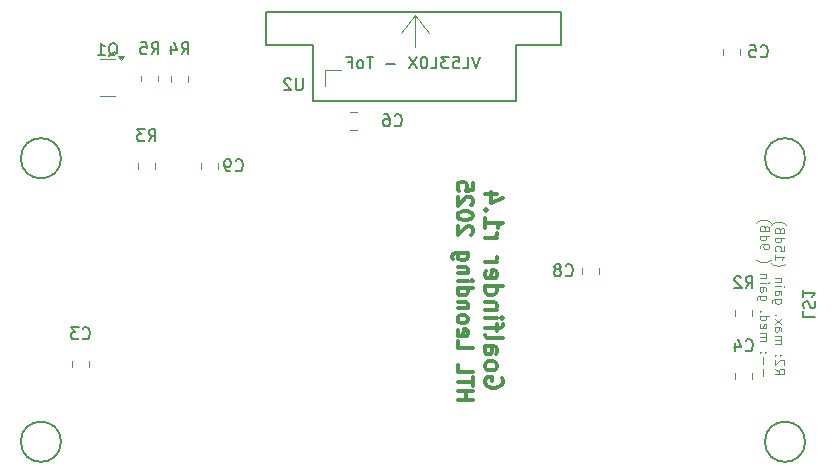
<source format=gbr>
%TF.GenerationSoftware,KiCad,Pcbnew,8.0.4*%
%TF.CreationDate,2025-06-13T09:49:43+02:00*%
%TF.ProjectId,LeoIoT_Goalfinder,4c656f49-6f54-45f4-976f-616c66696e64,01.04 SMD*%
%TF.SameCoordinates,Original*%
%TF.FileFunction,Legend,Bot*%
%TF.FilePolarity,Positive*%
%FSLAX46Y46*%
G04 Gerber Fmt 4.6, Leading zero omitted, Abs format (unit mm)*
G04 Created by KiCad (PCBNEW 8.0.4) date 2025-06-13 09:49:43*
%MOMM*%
%LPD*%
G01*
G04 APERTURE LIST*
%ADD10C,0.300000*%
%ADD11C,0.125000*%
%ADD12C,0.150000*%
%ADD13C,0.120000*%
G04 APERTURE END LIST*
D10*
X153720195Y-98456108D02*
X155020195Y-98456108D01*
X154401147Y-98456108D02*
X154401147Y-97713251D01*
X153720195Y-97713251D02*
X155020195Y-97713251D01*
X155020195Y-97279917D02*
X155020195Y-96537060D01*
X153720195Y-96908488D02*
X155020195Y-96908488D01*
X153720195Y-95484679D02*
X153720195Y-96103727D01*
X153720195Y-96103727D02*
X155020195Y-96103727D01*
X153720195Y-93441822D02*
X153720195Y-94060870D01*
X153720195Y-94060870D02*
X155020195Y-94060870D01*
X153782100Y-92513251D02*
X153720195Y-92637060D01*
X153720195Y-92637060D02*
X153720195Y-92884679D01*
X153720195Y-92884679D02*
X153782100Y-93008489D01*
X153782100Y-93008489D02*
X153905909Y-93070393D01*
X153905909Y-93070393D02*
X154401147Y-93070393D01*
X154401147Y-93070393D02*
X154524957Y-93008489D01*
X154524957Y-93008489D02*
X154586861Y-92884679D01*
X154586861Y-92884679D02*
X154586861Y-92637060D01*
X154586861Y-92637060D02*
X154524957Y-92513251D01*
X154524957Y-92513251D02*
X154401147Y-92451346D01*
X154401147Y-92451346D02*
X154277338Y-92451346D01*
X154277338Y-92451346D02*
X154153528Y-93070393D01*
X153720195Y-91708488D02*
X153782100Y-91832298D01*
X153782100Y-91832298D02*
X153844004Y-91894203D01*
X153844004Y-91894203D02*
X153967814Y-91956107D01*
X153967814Y-91956107D02*
X154339242Y-91956107D01*
X154339242Y-91956107D02*
X154463052Y-91894203D01*
X154463052Y-91894203D02*
X154524957Y-91832298D01*
X154524957Y-91832298D02*
X154586861Y-91708488D01*
X154586861Y-91708488D02*
X154586861Y-91522774D01*
X154586861Y-91522774D02*
X154524957Y-91398965D01*
X154524957Y-91398965D02*
X154463052Y-91337060D01*
X154463052Y-91337060D02*
X154339242Y-91275155D01*
X154339242Y-91275155D02*
X153967814Y-91275155D01*
X153967814Y-91275155D02*
X153844004Y-91337060D01*
X153844004Y-91337060D02*
X153782100Y-91398965D01*
X153782100Y-91398965D02*
X153720195Y-91522774D01*
X153720195Y-91522774D02*
X153720195Y-91708488D01*
X154586861Y-90718013D02*
X153720195Y-90718013D01*
X154463052Y-90718013D02*
X154524957Y-90656108D01*
X154524957Y-90656108D02*
X154586861Y-90532298D01*
X154586861Y-90532298D02*
X154586861Y-90346584D01*
X154586861Y-90346584D02*
X154524957Y-90222775D01*
X154524957Y-90222775D02*
X154401147Y-90160870D01*
X154401147Y-90160870D02*
X153720195Y-90160870D01*
X153720195Y-88984680D02*
X155020195Y-88984680D01*
X153782100Y-88984680D02*
X153720195Y-89108489D01*
X153720195Y-89108489D02*
X153720195Y-89356108D01*
X153720195Y-89356108D02*
X153782100Y-89479918D01*
X153782100Y-89479918D02*
X153844004Y-89541823D01*
X153844004Y-89541823D02*
X153967814Y-89603727D01*
X153967814Y-89603727D02*
X154339242Y-89603727D01*
X154339242Y-89603727D02*
X154463052Y-89541823D01*
X154463052Y-89541823D02*
X154524957Y-89479918D01*
X154524957Y-89479918D02*
X154586861Y-89356108D01*
X154586861Y-89356108D02*
X154586861Y-89108489D01*
X154586861Y-89108489D02*
X154524957Y-88984680D01*
X153720195Y-88365633D02*
X154586861Y-88365633D01*
X155020195Y-88365633D02*
X154958290Y-88427537D01*
X154958290Y-88427537D02*
X154896385Y-88365633D01*
X154896385Y-88365633D02*
X154958290Y-88303728D01*
X154958290Y-88303728D02*
X155020195Y-88365633D01*
X155020195Y-88365633D02*
X154896385Y-88365633D01*
X154586861Y-87746585D02*
X153720195Y-87746585D01*
X154463052Y-87746585D02*
X154524957Y-87684680D01*
X154524957Y-87684680D02*
X154586861Y-87560870D01*
X154586861Y-87560870D02*
X154586861Y-87375156D01*
X154586861Y-87375156D02*
X154524957Y-87251347D01*
X154524957Y-87251347D02*
X154401147Y-87189442D01*
X154401147Y-87189442D02*
X153720195Y-87189442D01*
X154586861Y-86013252D02*
X153534480Y-86013252D01*
X153534480Y-86013252D02*
X153410671Y-86075157D01*
X153410671Y-86075157D02*
X153348766Y-86137061D01*
X153348766Y-86137061D02*
X153286861Y-86260871D01*
X153286861Y-86260871D02*
X153286861Y-86446585D01*
X153286861Y-86446585D02*
X153348766Y-86570395D01*
X153782100Y-86013252D02*
X153720195Y-86137061D01*
X153720195Y-86137061D02*
X153720195Y-86384680D01*
X153720195Y-86384680D02*
X153782100Y-86508490D01*
X153782100Y-86508490D02*
X153844004Y-86570395D01*
X153844004Y-86570395D02*
X153967814Y-86632299D01*
X153967814Y-86632299D02*
X154339242Y-86632299D01*
X154339242Y-86632299D02*
X154463052Y-86570395D01*
X154463052Y-86570395D02*
X154524957Y-86508490D01*
X154524957Y-86508490D02*
X154586861Y-86384680D01*
X154586861Y-86384680D02*
X154586861Y-86137061D01*
X154586861Y-86137061D02*
X154524957Y-86013252D01*
X154896385Y-84465633D02*
X154958290Y-84403729D01*
X154958290Y-84403729D02*
X155020195Y-84279919D01*
X155020195Y-84279919D02*
X155020195Y-83970395D01*
X155020195Y-83970395D02*
X154958290Y-83846586D01*
X154958290Y-83846586D02*
X154896385Y-83784681D01*
X154896385Y-83784681D02*
X154772576Y-83722776D01*
X154772576Y-83722776D02*
X154648766Y-83722776D01*
X154648766Y-83722776D02*
X154463052Y-83784681D01*
X154463052Y-83784681D02*
X153720195Y-84527538D01*
X153720195Y-84527538D02*
X153720195Y-83722776D01*
X155020195Y-82918015D02*
X155020195Y-82794205D01*
X155020195Y-82794205D02*
X154958290Y-82670396D01*
X154958290Y-82670396D02*
X154896385Y-82608491D01*
X154896385Y-82608491D02*
X154772576Y-82546586D01*
X154772576Y-82546586D02*
X154524957Y-82484681D01*
X154524957Y-82484681D02*
X154215433Y-82484681D01*
X154215433Y-82484681D02*
X153967814Y-82546586D01*
X153967814Y-82546586D02*
X153844004Y-82608491D01*
X153844004Y-82608491D02*
X153782100Y-82670396D01*
X153782100Y-82670396D02*
X153720195Y-82794205D01*
X153720195Y-82794205D02*
X153720195Y-82918015D01*
X153720195Y-82918015D02*
X153782100Y-83041824D01*
X153782100Y-83041824D02*
X153844004Y-83103729D01*
X153844004Y-83103729D02*
X153967814Y-83165634D01*
X153967814Y-83165634D02*
X154215433Y-83227538D01*
X154215433Y-83227538D02*
X154524957Y-83227538D01*
X154524957Y-83227538D02*
X154772576Y-83165634D01*
X154772576Y-83165634D02*
X154896385Y-83103729D01*
X154896385Y-83103729D02*
X154958290Y-83041824D01*
X154958290Y-83041824D02*
X155020195Y-82918015D01*
X154896385Y-81989443D02*
X154958290Y-81927539D01*
X154958290Y-81927539D02*
X155020195Y-81803729D01*
X155020195Y-81803729D02*
X155020195Y-81494205D01*
X155020195Y-81494205D02*
X154958290Y-81370396D01*
X154958290Y-81370396D02*
X154896385Y-81308491D01*
X154896385Y-81308491D02*
X154772576Y-81246586D01*
X154772576Y-81246586D02*
X154648766Y-81246586D01*
X154648766Y-81246586D02*
X154463052Y-81308491D01*
X154463052Y-81308491D02*
X153720195Y-82051348D01*
X153720195Y-82051348D02*
X153720195Y-81246586D01*
X155020195Y-80070396D02*
X155020195Y-80689444D01*
X155020195Y-80689444D02*
X154401147Y-80751348D01*
X154401147Y-80751348D02*
X154463052Y-80689444D01*
X154463052Y-80689444D02*
X154524957Y-80565634D01*
X154524957Y-80565634D02*
X154524957Y-80256110D01*
X154524957Y-80256110D02*
X154463052Y-80132301D01*
X154463052Y-80132301D02*
X154401147Y-80070396D01*
X154401147Y-80070396D02*
X154277338Y-80008491D01*
X154277338Y-80008491D02*
X153967814Y-80008491D01*
X153967814Y-80008491D02*
X153844004Y-80070396D01*
X153844004Y-80070396D02*
X153782100Y-80132301D01*
X153782100Y-80132301D02*
X153720195Y-80256110D01*
X153720195Y-80256110D02*
X153720195Y-80565634D01*
X153720195Y-80565634D02*
X153782100Y-80689444D01*
X153782100Y-80689444D02*
X153844004Y-80751348D01*
D11*
X180591859Y-95799952D02*
X180972812Y-96066619D01*
X180591859Y-96257095D02*
X181391859Y-96257095D01*
X181391859Y-96257095D02*
X181391859Y-95952333D01*
X181391859Y-95952333D02*
X181353764Y-95876143D01*
X181353764Y-95876143D02*
X181315669Y-95838048D01*
X181315669Y-95838048D02*
X181239478Y-95799952D01*
X181239478Y-95799952D02*
X181125193Y-95799952D01*
X181125193Y-95799952D02*
X181049002Y-95838048D01*
X181049002Y-95838048D02*
X181010907Y-95876143D01*
X181010907Y-95876143D02*
X180972812Y-95952333D01*
X180972812Y-95952333D02*
X180972812Y-96257095D01*
X181315669Y-95495191D02*
X181353764Y-95457095D01*
X181353764Y-95457095D02*
X181391859Y-95380905D01*
X181391859Y-95380905D02*
X181391859Y-95190429D01*
X181391859Y-95190429D02*
X181353764Y-95114238D01*
X181353764Y-95114238D02*
X181315669Y-95076143D01*
X181315669Y-95076143D02*
X181239478Y-95038048D01*
X181239478Y-95038048D02*
X181163288Y-95038048D01*
X181163288Y-95038048D02*
X181049002Y-95076143D01*
X181049002Y-95076143D02*
X180591859Y-95533286D01*
X180591859Y-95533286D02*
X180591859Y-95038048D01*
X180668050Y-94695190D02*
X180629955Y-94657095D01*
X180629955Y-94657095D02*
X180591859Y-94695190D01*
X180591859Y-94695190D02*
X180629955Y-94733286D01*
X180629955Y-94733286D02*
X180668050Y-94695190D01*
X180668050Y-94695190D02*
X180591859Y-94695190D01*
X181087097Y-94695190D02*
X181049002Y-94657095D01*
X181049002Y-94657095D02*
X181010907Y-94695190D01*
X181010907Y-94695190D02*
X181049002Y-94733286D01*
X181049002Y-94733286D02*
X181087097Y-94695190D01*
X181087097Y-94695190D02*
X181010907Y-94695190D01*
X180591859Y-93704714D02*
X181125193Y-93704714D01*
X181049002Y-93704714D02*
X181087097Y-93666619D01*
X181087097Y-93666619D02*
X181125193Y-93590429D01*
X181125193Y-93590429D02*
X181125193Y-93476143D01*
X181125193Y-93476143D02*
X181087097Y-93399952D01*
X181087097Y-93399952D02*
X181010907Y-93361857D01*
X181010907Y-93361857D02*
X180591859Y-93361857D01*
X181010907Y-93361857D02*
X181087097Y-93323762D01*
X181087097Y-93323762D02*
X181125193Y-93247571D01*
X181125193Y-93247571D02*
X181125193Y-93133286D01*
X181125193Y-93133286D02*
X181087097Y-93057095D01*
X181087097Y-93057095D02*
X181010907Y-93019000D01*
X181010907Y-93019000D02*
X180591859Y-93019000D01*
X180591859Y-92295190D02*
X181010907Y-92295190D01*
X181010907Y-92295190D02*
X181087097Y-92333285D01*
X181087097Y-92333285D02*
X181125193Y-92409476D01*
X181125193Y-92409476D02*
X181125193Y-92561857D01*
X181125193Y-92561857D02*
X181087097Y-92638047D01*
X180629955Y-92295190D02*
X180591859Y-92371381D01*
X180591859Y-92371381D02*
X180591859Y-92561857D01*
X180591859Y-92561857D02*
X180629955Y-92638047D01*
X180629955Y-92638047D02*
X180706145Y-92676143D01*
X180706145Y-92676143D02*
X180782335Y-92676143D01*
X180782335Y-92676143D02*
X180858526Y-92638047D01*
X180858526Y-92638047D02*
X180896621Y-92561857D01*
X180896621Y-92561857D02*
X180896621Y-92371381D01*
X180896621Y-92371381D02*
X180934716Y-92295190D01*
X180591859Y-91990428D02*
X181125193Y-91571380D01*
X181125193Y-91990428D02*
X180591859Y-91571380D01*
X180668050Y-91266618D02*
X180629955Y-91228523D01*
X180629955Y-91228523D02*
X180591859Y-91266618D01*
X180591859Y-91266618D02*
X180629955Y-91304714D01*
X180629955Y-91304714D02*
X180668050Y-91266618D01*
X180668050Y-91266618D02*
X180591859Y-91266618D01*
X181125193Y-89933285D02*
X180477574Y-89933285D01*
X180477574Y-89933285D02*
X180401383Y-89971380D01*
X180401383Y-89971380D02*
X180363288Y-90009476D01*
X180363288Y-90009476D02*
X180325193Y-90085666D01*
X180325193Y-90085666D02*
X180325193Y-90199952D01*
X180325193Y-90199952D02*
X180363288Y-90276142D01*
X180629955Y-89933285D02*
X180591859Y-90009476D01*
X180591859Y-90009476D02*
X180591859Y-90161857D01*
X180591859Y-90161857D02*
X180629955Y-90238047D01*
X180629955Y-90238047D02*
X180668050Y-90276142D01*
X180668050Y-90276142D02*
X180744240Y-90314238D01*
X180744240Y-90314238D02*
X180972812Y-90314238D01*
X180972812Y-90314238D02*
X181049002Y-90276142D01*
X181049002Y-90276142D02*
X181087097Y-90238047D01*
X181087097Y-90238047D02*
X181125193Y-90161857D01*
X181125193Y-90161857D02*
X181125193Y-90009476D01*
X181125193Y-90009476D02*
X181087097Y-89933285D01*
X180591859Y-89209475D02*
X181010907Y-89209475D01*
X181010907Y-89209475D02*
X181087097Y-89247570D01*
X181087097Y-89247570D02*
X181125193Y-89323761D01*
X181125193Y-89323761D02*
X181125193Y-89476142D01*
X181125193Y-89476142D02*
X181087097Y-89552332D01*
X180629955Y-89209475D02*
X180591859Y-89285666D01*
X180591859Y-89285666D02*
X180591859Y-89476142D01*
X180591859Y-89476142D02*
X180629955Y-89552332D01*
X180629955Y-89552332D02*
X180706145Y-89590428D01*
X180706145Y-89590428D02*
X180782335Y-89590428D01*
X180782335Y-89590428D02*
X180858526Y-89552332D01*
X180858526Y-89552332D02*
X180896621Y-89476142D01*
X180896621Y-89476142D02*
X180896621Y-89285666D01*
X180896621Y-89285666D02*
X180934716Y-89209475D01*
X180591859Y-88828522D02*
X181125193Y-88828522D01*
X181391859Y-88828522D02*
X181353764Y-88866618D01*
X181353764Y-88866618D02*
X181315669Y-88828522D01*
X181315669Y-88828522D02*
X181353764Y-88790427D01*
X181353764Y-88790427D02*
X181391859Y-88828522D01*
X181391859Y-88828522D02*
X181315669Y-88828522D01*
X181125193Y-88447570D02*
X180591859Y-88447570D01*
X181049002Y-88447570D02*
X181087097Y-88409475D01*
X181087097Y-88409475D02*
X181125193Y-88333285D01*
X181125193Y-88333285D02*
X181125193Y-88218999D01*
X181125193Y-88218999D02*
X181087097Y-88142808D01*
X181087097Y-88142808D02*
X181010907Y-88104713D01*
X181010907Y-88104713D02*
X180591859Y-88104713D01*
X180287097Y-86885665D02*
X180325193Y-86923760D01*
X180325193Y-86923760D02*
X180439478Y-86999951D01*
X180439478Y-86999951D02*
X180515669Y-87038046D01*
X180515669Y-87038046D02*
X180629955Y-87076141D01*
X180629955Y-87076141D02*
X180820431Y-87114236D01*
X180820431Y-87114236D02*
X180972812Y-87114236D01*
X180972812Y-87114236D02*
X181163288Y-87076141D01*
X181163288Y-87076141D02*
X181277574Y-87038046D01*
X181277574Y-87038046D02*
X181353764Y-86999951D01*
X181353764Y-86999951D02*
X181468050Y-86923760D01*
X181468050Y-86923760D02*
X181506145Y-86885665D01*
X180591859Y-86161856D02*
X180591859Y-86618999D01*
X180591859Y-86390427D02*
X181391859Y-86390427D01*
X181391859Y-86390427D02*
X181277574Y-86466618D01*
X181277574Y-86466618D02*
X181201383Y-86542808D01*
X181201383Y-86542808D02*
X181163288Y-86618999D01*
X181391859Y-85438046D02*
X181391859Y-85818998D01*
X181391859Y-85818998D02*
X181010907Y-85857094D01*
X181010907Y-85857094D02*
X181049002Y-85818998D01*
X181049002Y-85818998D02*
X181087097Y-85742808D01*
X181087097Y-85742808D02*
X181087097Y-85552332D01*
X181087097Y-85552332D02*
X181049002Y-85476141D01*
X181049002Y-85476141D02*
X181010907Y-85438046D01*
X181010907Y-85438046D02*
X180934716Y-85399951D01*
X180934716Y-85399951D02*
X180744240Y-85399951D01*
X180744240Y-85399951D02*
X180668050Y-85438046D01*
X180668050Y-85438046D02*
X180629955Y-85476141D01*
X180629955Y-85476141D02*
X180591859Y-85552332D01*
X180591859Y-85552332D02*
X180591859Y-85742808D01*
X180591859Y-85742808D02*
X180629955Y-85818998D01*
X180629955Y-85818998D02*
X180668050Y-85857094D01*
X180591859Y-84714236D02*
X181391859Y-84714236D01*
X180629955Y-84714236D02*
X180591859Y-84790427D01*
X180591859Y-84790427D02*
X180591859Y-84942808D01*
X180591859Y-84942808D02*
X180629955Y-85018998D01*
X180629955Y-85018998D02*
X180668050Y-85057093D01*
X180668050Y-85057093D02*
X180744240Y-85095189D01*
X180744240Y-85095189D02*
X180972812Y-85095189D01*
X180972812Y-85095189D02*
X181049002Y-85057093D01*
X181049002Y-85057093D02*
X181087097Y-85018998D01*
X181087097Y-85018998D02*
X181125193Y-84942808D01*
X181125193Y-84942808D02*
X181125193Y-84790427D01*
X181125193Y-84790427D02*
X181087097Y-84714236D01*
X181010907Y-84066617D02*
X180972812Y-83952331D01*
X180972812Y-83952331D02*
X180934716Y-83914236D01*
X180934716Y-83914236D02*
X180858526Y-83876140D01*
X180858526Y-83876140D02*
X180744240Y-83876140D01*
X180744240Y-83876140D02*
X180668050Y-83914236D01*
X180668050Y-83914236D02*
X180629955Y-83952331D01*
X180629955Y-83952331D02*
X180591859Y-84028521D01*
X180591859Y-84028521D02*
X180591859Y-84333283D01*
X180591859Y-84333283D02*
X181391859Y-84333283D01*
X181391859Y-84333283D02*
X181391859Y-84066617D01*
X181391859Y-84066617D02*
X181353764Y-83990426D01*
X181353764Y-83990426D02*
X181315669Y-83952331D01*
X181315669Y-83952331D02*
X181239478Y-83914236D01*
X181239478Y-83914236D02*
X181163288Y-83914236D01*
X181163288Y-83914236D02*
X181087097Y-83952331D01*
X181087097Y-83952331D02*
X181049002Y-83990426D01*
X181049002Y-83990426D02*
X181010907Y-84066617D01*
X181010907Y-84066617D02*
X181010907Y-84333283D01*
X180287097Y-83609474D02*
X180325193Y-83571379D01*
X180325193Y-83571379D02*
X180439478Y-83495188D01*
X180439478Y-83495188D02*
X180515669Y-83457093D01*
X180515669Y-83457093D02*
X180629955Y-83418998D01*
X180629955Y-83418998D02*
X180820431Y-83380902D01*
X180820431Y-83380902D02*
X180972812Y-83380902D01*
X180972812Y-83380902D02*
X181163288Y-83418998D01*
X181163288Y-83418998D02*
X181277574Y-83457093D01*
X181277574Y-83457093D02*
X181353764Y-83495188D01*
X181353764Y-83495188D02*
X181468050Y-83571379D01*
X181468050Y-83571379D02*
X181506145Y-83609474D01*
X179608666Y-96409476D02*
X179608666Y-95799953D01*
X179608666Y-95419000D02*
X179608666Y-94809477D01*
X179380095Y-94428524D02*
X179342000Y-94390429D01*
X179342000Y-94390429D02*
X179303904Y-94428524D01*
X179303904Y-94428524D02*
X179342000Y-94466620D01*
X179342000Y-94466620D02*
X179380095Y-94428524D01*
X179380095Y-94428524D02*
X179303904Y-94428524D01*
X179799142Y-94428524D02*
X179761047Y-94390429D01*
X179761047Y-94390429D02*
X179722952Y-94428524D01*
X179722952Y-94428524D02*
X179761047Y-94466620D01*
X179761047Y-94466620D02*
X179799142Y-94428524D01*
X179799142Y-94428524D02*
X179722952Y-94428524D01*
X179303904Y-93438048D02*
X179837238Y-93438048D01*
X179761047Y-93438048D02*
X179799142Y-93399953D01*
X179799142Y-93399953D02*
X179837238Y-93323763D01*
X179837238Y-93323763D02*
X179837238Y-93209477D01*
X179837238Y-93209477D02*
X179799142Y-93133286D01*
X179799142Y-93133286D02*
X179722952Y-93095191D01*
X179722952Y-93095191D02*
X179303904Y-93095191D01*
X179722952Y-93095191D02*
X179799142Y-93057096D01*
X179799142Y-93057096D02*
X179837238Y-92980905D01*
X179837238Y-92980905D02*
X179837238Y-92866620D01*
X179837238Y-92866620D02*
X179799142Y-92790429D01*
X179799142Y-92790429D02*
X179722952Y-92752334D01*
X179722952Y-92752334D02*
X179303904Y-92752334D01*
X179342000Y-92066619D02*
X179303904Y-92142810D01*
X179303904Y-92142810D02*
X179303904Y-92295191D01*
X179303904Y-92295191D02*
X179342000Y-92371381D01*
X179342000Y-92371381D02*
X179418190Y-92409477D01*
X179418190Y-92409477D02*
X179722952Y-92409477D01*
X179722952Y-92409477D02*
X179799142Y-92371381D01*
X179799142Y-92371381D02*
X179837238Y-92295191D01*
X179837238Y-92295191D02*
X179837238Y-92142810D01*
X179837238Y-92142810D02*
X179799142Y-92066619D01*
X179799142Y-92066619D02*
X179722952Y-92028524D01*
X179722952Y-92028524D02*
X179646761Y-92028524D01*
X179646761Y-92028524D02*
X179570571Y-92409477D01*
X179303904Y-91342810D02*
X180103904Y-91342810D01*
X179342000Y-91342810D02*
X179303904Y-91419001D01*
X179303904Y-91419001D02*
X179303904Y-91571382D01*
X179303904Y-91571382D02*
X179342000Y-91647572D01*
X179342000Y-91647572D02*
X179380095Y-91685667D01*
X179380095Y-91685667D02*
X179456285Y-91723763D01*
X179456285Y-91723763D02*
X179684857Y-91723763D01*
X179684857Y-91723763D02*
X179761047Y-91685667D01*
X179761047Y-91685667D02*
X179799142Y-91647572D01*
X179799142Y-91647572D02*
X179837238Y-91571382D01*
X179837238Y-91571382D02*
X179837238Y-91419001D01*
X179837238Y-91419001D02*
X179799142Y-91342810D01*
X179380095Y-90961857D02*
X179342000Y-90923762D01*
X179342000Y-90923762D02*
X179303904Y-90961857D01*
X179303904Y-90961857D02*
X179342000Y-90999953D01*
X179342000Y-90999953D02*
X179380095Y-90961857D01*
X179380095Y-90961857D02*
X179303904Y-90961857D01*
X179837238Y-89628524D02*
X179189619Y-89628524D01*
X179189619Y-89628524D02*
X179113428Y-89666619D01*
X179113428Y-89666619D02*
X179075333Y-89704715D01*
X179075333Y-89704715D02*
X179037238Y-89780905D01*
X179037238Y-89780905D02*
X179037238Y-89895191D01*
X179037238Y-89895191D02*
X179075333Y-89971381D01*
X179342000Y-89628524D02*
X179303904Y-89704715D01*
X179303904Y-89704715D02*
X179303904Y-89857096D01*
X179303904Y-89857096D02*
X179342000Y-89933286D01*
X179342000Y-89933286D02*
X179380095Y-89971381D01*
X179380095Y-89971381D02*
X179456285Y-90009477D01*
X179456285Y-90009477D02*
X179684857Y-90009477D01*
X179684857Y-90009477D02*
X179761047Y-89971381D01*
X179761047Y-89971381D02*
X179799142Y-89933286D01*
X179799142Y-89933286D02*
X179837238Y-89857096D01*
X179837238Y-89857096D02*
X179837238Y-89704715D01*
X179837238Y-89704715D02*
X179799142Y-89628524D01*
X179303904Y-88904714D02*
X179722952Y-88904714D01*
X179722952Y-88904714D02*
X179799142Y-88942809D01*
X179799142Y-88942809D02*
X179837238Y-89019000D01*
X179837238Y-89019000D02*
X179837238Y-89171381D01*
X179837238Y-89171381D02*
X179799142Y-89247571D01*
X179342000Y-88904714D02*
X179303904Y-88980905D01*
X179303904Y-88980905D02*
X179303904Y-89171381D01*
X179303904Y-89171381D02*
X179342000Y-89247571D01*
X179342000Y-89247571D02*
X179418190Y-89285667D01*
X179418190Y-89285667D02*
X179494380Y-89285667D01*
X179494380Y-89285667D02*
X179570571Y-89247571D01*
X179570571Y-89247571D02*
X179608666Y-89171381D01*
X179608666Y-89171381D02*
X179608666Y-88980905D01*
X179608666Y-88980905D02*
X179646761Y-88904714D01*
X179303904Y-88523761D02*
X179837238Y-88523761D01*
X180103904Y-88523761D02*
X180065809Y-88561857D01*
X180065809Y-88561857D02*
X180027714Y-88523761D01*
X180027714Y-88523761D02*
X180065809Y-88485666D01*
X180065809Y-88485666D02*
X180103904Y-88523761D01*
X180103904Y-88523761D02*
X180027714Y-88523761D01*
X179837238Y-88142809D02*
X179303904Y-88142809D01*
X179761047Y-88142809D02*
X179799142Y-88104714D01*
X179799142Y-88104714D02*
X179837238Y-88028524D01*
X179837238Y-88028524D02*
X179837238Y-87914238D01*
X179837238Y-87914238D02*
X179799142Y-87838047D01*
X179799142Y-87838047D02*
X179722952Y-87799952D01*
X179722952Y-87799952D02*
X179303904Y-87799952D01*
X178999142Y-86580904D02*
X179037238Y-86618999D01*
X179037238Y-86618999D02*
X179151523Y-86695190D01*
X179151523Y-86695190D02*
X179227714Y-86733285D01*
X179227714Y-86733285D02*
X179342000Y-86771380D01*
X179342000Y-86771380D02*
X179532476Y-86809475D01*
X179532476Y-86809475D02*
X179684857Y-86809475D01*
X179684857Y-86809475D02*
X179875333Y-86771380D01*
X179875333Y-86771380D02*
X179989619Y-86733285D01*
X179989619Y-86733285D02*
X180065809Y-86695190D01*
X180065809Y-86695190D02*
X180180095Y-86618999D01*
X180180095Y-86618999D02*
X180218190Y-86580904D01*
X179303904Y-85628523D02*
X179303904Y-85476142D01*
X179303904Y-85476142D02*
X179342000Y-85399952D01*
X179342000Y-85399952D02*
X179380095Y-85361856D01*
X179380095Y-85361856D02*
X179494380Y-85285666D01*
X179494380Y-85285666D02*
X179646761Y-85247571D01*
X179646761Y-85247571D02*
X179951523Y-85247571D01*
X179951523Y-85247571D02*
X180027714Y-85285666D01*
X180027714Y-85285666D02*
X180065809Y-85323761D01*
X180065809Y-85323761D02*
X180103904Y-85399952D01*
X180103904Y-85399952D02*
X180103904Y-85552333D01*
X180103904Y-85552333D02*
X180065809Y-85628523D01*
X180065809Y-85628523D02*
X180027714Y-85666618D01*
X180027714Y-85666618D02*
X179951523Y-85704714D01*
X179951523Y-85704714D02*
X179761047Y-85704714D01*
X179761047Y-85704714D02*
X179684857Y-85666618D01*
X179684857Y-85666618D02*
X179646761Y-85628523D01*
X179646761Y-85628523D02*
X179608666Y-85552333D01*
X179608666Y-85552333D02*
X179608666Y-85399952D01*
X179608666Y-85399952D02*
X179646761Y-85323761D01*
X179646761Y-85323761D02*
X179684857Y-85285666D01*
X179684857Y-85285666D02*
X179761047Y-85247571D01*
X179303904Y-84561856D02*
X180103904Y-84561856D01*
X179342000Y-84561856D02*
X179303904Y-84638047D01*
X179303904Y-84638047D02*
X179303904Y-84790428D01*
X179303904Y-84790428D02*
X179342000Y-84866618D01*
X179342000Y-84866618D02*
X179380095Y-84904713D01*
X179380095Y-84904713D02*
X179456285Y-84942809D01*
X179456285Y-84942809D02*
X179684857Y-84942809D01*
X179684857Y-84942809D02*
X179761047Y-84904713D01*
X179761047Y-84904713D02*
X179799142Y-84866618D01*
X179799142Y-84866618D02*
X179837238Y-84790428D01*
X179837238Y-84790428D02*
X179837238Y-84638047D01*
X179837238Y-84638047D02*
X179799142Y-84561856D01*
X179722952Y-83914237D02*
X179684857Y-83799951D01*
X179684857Y-83799951D02*
X179646761Y-83761856D01*
X179646761Y-83761856D02*
X179570571Y-83723760D01*
X179570571Y-83723760D02*
X179456285Y-83723760D01*
X179456285Y-83723760D02*
X179380095Y-83761856D01*
X179380095Y-83761856D02*
X179342000Y-83799951D01*
X179342000Y-83799951D02*
X179303904Y-83876141D01*
X179303904Y-83876141D02*
X179303904Y-84180903D01*
X179303904Y-84180903D02*
X180103904Y-84180903D01*
X180103904Y-84180903D02*
X180103904Y-83914237D01*
X180103904Y-83914237D02*
X180065809Y-83838046D01*
X180065809Y-83838046D02*
X180027714Y-83799951D01*
X180027714Y-83799951D02*
X179951523Y-83761856D01*
X179951523Y-83761856D02*
X179875333Y-83761856D01*
X179875333Y-83761856D02*
X179799142Y-83799951D01*
X179799142Y-83799951D02*
X179761047Y-83838046D01*
X179761047Y-83838046D02*
X179722952Y-83914237D01*
X179722952Y-83914237D02*
X179722952Y-84180903D01*
X178999142Y-83457094D02*
X179037238Y-83418999D01*
X179037238Y-83418999D02*
X179151523Y-83342808D01*
X179151523Y-83342808D02*
X179227714Y-83304713D01*
X179227714Y-83304713D02*
X179342000Y-83266618D01*
X179342000Y-83266618D02*
X179532476Y-83228522D01*
X179532476Y-83228522D02*
X179684857Y-83228522D01*
X179684857Y-83228522D02*
X179875333Y-83266618D01*
X179875333Y-83266618D02*
X179989619Y-83304713D01*
X179989619Y-83304713D02*
X180065809Y-83342808D01*
X180065809Y-83342808D02*
X180180095Y-83418999D01*
X180180095Y-83418999D02*
X180218190Y-83457094D01*
D10*
X157459242Y-96606774D02*
X157530671Y-96749632D01*
X157530671Y-96749632D02*
X157530671Y-96963917D01*
X157530671Y-96963917D02*
X157459242Y-97178203D01*
X157459242Y-97178203D02*
X157316385Y-97321060D01*
X157316385Y-97321060D02*
X157173528Y-97392489D01*
X157173528Y-97392489D02*
X156887814Y-97463917D01*
X156887814Y-97463917D02*
X156673528Y-97463917D01*
X156673528Y-97463917D02*
X156387814Y-97392489D01*
X156387814Y-97392489D02*
X156244957Y-97321060D01*
X156244957Y-97321060D02*
X156102100Y-97178203D01*
X156102100Y-97178203D02*
X156030671Y-96963917D01*
X156030671Y-96963917D02*
X156030671Y-96821060D01*
X156030671Y-96821060D02*
X156102100Y-96606774D01*
X156102100Y-96606774D02*
X156173528Y-96535346D01*
X156173528Y-96535346D02*
X156673528Y-96535346D01*
X156673528Y-96535346D02*
X156673528Y-96821060D01*
X156030671Y-95678203D02*
X156102100Y-95821060D01*
X156102100Y-95821060D02*
X156173528Y-95892489D01*
X156173528Y-95892489D02*
X156316385Y-95963917D01*
X156316385Y-95963917D02*
X156744957Y-95963917D01*
X156744957Y-95963917D02*
X156887814Y-95892489D01*
X156887814Y-95892489D02*
X156959242Y-95821060D01*
X156959242Y-95821060D02*
X157030671Y-95678203D01*
X157030671Y-95678203D02*
X157030671Y-95463917D01*
X157030671Y-95463917D02*
X156959242Y-95321060D01*
X156959242Y-95321060D02*
X156887814Y-95249632D01*
X156887814Y-95249632D02*
X156744957Y-95178203D01*
X156744957Y-95178203D02*
X156316385Y-95178203D01*
X156316385Y-95178203D02*
X156173528Y-95249632D01*
X156173528Y-95249632D02*
X156102100Y-95321060D01*
X156102100Y-95321060D02*
X156030671Y-95463917D01*
X156030671Y-95463917D02*
X156030671Y-95678203D01*
X156030671Y-93892489D02*
X156816385Y-93892489D01*
X156816385Y-93892489D02*
X156959242Y-93963917D01*
X156959242Y-93963917D02*
X157030671Y-94106774D01*
X157030671Y-94106774D02*
X157030671Y-94392489D01*
X157030671Y-94392489D02*
X156959242Y-94535346D01*
X156102100Y-93892489D02*
X156030671Y-94035346D01*
X156030671Y-94035346D02*
X156030671Y-94392489D01*
X156030671Y-94392489D02*
X156102100Y-94535346D01*
X156102100Y-94535346D02*
X156244957Y-94606774D01*
X156244957Y-94606774D02*
X156387814Y-94606774D01*
X156387814Y-94606774D02*
X156530671Y-94535346D01*
X156530671Y-94535346D02*
X156602100Y-94392489D01*
X156602100Y-94392489D02*
X156602100Y-94035346D01*
X156602100Y-94035346D02*
X156673528Y-93892489D01*
X156030671Y-92963917D02*
X156102100Y-93106774D01*
X156102100Y-93106774D02*
X156244957Y-93178203D01*
X156244957Y-93178203D02*
X157530671Y-93178203D01*
X157030671Y-92606774D02*
X157030671Y-92035346D01*
X156030671Y-92392489D02*
X157316385Y-92392489D01*
X157316385Y-92392489D02*
X157459242Y-92321060D01*
X157459242Y-92321060D02*
X157530671Y-92178203D01*
X157530671Y-92178203D02*
X157530671Y-92035346D01*
X156030671Y-91535346D02*
X157030671Y-91535346D01*
X157530671Y-91535346D02*
X157459242Y-91606774D01*
X157459242Y-91606774D02*
X157387814Y-91535346D01*
X157387814Y-91535346D02*
X157459242Y-91463917D01*
X157459242Y-91463917D02*
X157530671Y-91535346D01*
X157530671Y-91535346D02*
X157387814Y-91535346D01*
X157030671Y-90821060D02*
X156030671Y-90821060D01*
X156887814Y-90821060D02*
X156959242Y-90749631D01*
X156959242Y-90749631D02*
X157030671Y-90606774D01*
X157030671Y-90606774D02*
X157030671Y-90392488D01*
X157030671Y-90392488D02*
X156959242Y-90249631D01*
X156959242Y-90249631D02*
X156816385Y-90178203D01*
X156816385Y-90178203D02*
X156030671Y-90178203D01*
X156030671Y-88821060D02*
X157530671Y-88821060D01*
X156102100Y-88821060D02*
X156030671Y-88963917D01*
X156030671Y-88963917D02*
X156030671Y-89249631D01*
X156030671Y-89249631D02*
X156102100Y-89392488D01*
X156102100Y-89392488D02*
X156173528Y-89463917D01*
X156173528Y-89463917D02*
X156316385Y-89535345D01*
X156316385Y-89535345D02*
X156744957Y-89535345D01*
X156744957Y-89535345D02*
X156887814Y-89463917D01*
X156887814Y-89463917D02*
X156959242Y-89392488D01*
X156959242Y-89392488D02*
X157030671Y-89249631D01*
X157030671Y-89249631D02*
X157030671Y-88963917D01*
X157030671Y-88963917D02*
X156959242Y-88821060D01*
X156102100Y-87535345D02*
X156030671Y-87678202D01*
X156030671Y-87678202D02*
X156030671Y-87963917D01*
X156030671Y-87963917D02*
X156102100Y-88106774D01*
X156102100Y-88106774D02*
X156244957Y-88178202D01*
X156244957Y-88178202D02*
X156816385Y-88178202D01*
X156816385Y-88178202D02*
X156959242Y-88106774D01*
X156959242Y-88106774D02*
X157030671Y-87963917D01*
X157030671Y-87963917D02*
X157030671Y-87678202D01*
X157030671Y-87678202D02*
X156959242Y-87535345D01*
X156959242Y-87535345D02*
X156816385Y-87463917D01*
X156816385Y-87463917D02*
X156673528Y-87463917D01*
X156673528Y-87463917D02*
X156530671Y-88178202D01*
X156030671Y-86821060D02*
X157030671Y-86821060D01*
X156744957Y-86821060D02*
X156887814Y-86749631D01*
X156887814Y-86749631D02*
X156959242Y-86678203D01*
X156959242Y-86678203D02*
X157030671Y-86535345D01*
X157030671Y-86535345D02*
X157030671Y-86392488D01*
X156030671Y-84749632D02*
X157030671Y-84749632D01*
X156744957Y-84749632D02*
X156887814Y-84678203D01*
X156887814Y-84678203D02*
X156959242Y-84606775D01*
X156959242Y-84606775D02*
X157030671Y-84463917D01*
X157030671Y-84463917D02*
X157030671Y-84321060D01*
X156030671Y-83035346D02*
X156030671Y-83892489D01*
X156030671Y-83463918D02*
X157530671Y-83463918D01*
X157530671Y-83463918D02*
X157316385Y-83606775D01*
X157316385Y-83606775D02*
X157173528Y-83749632D01*
X157173528Y-83749632D02*
X157102100Y-83892489D01*
X156173528Y-82392490D02*
X156102100Y-82321061D01*
X156102100Y-82321061D02*
X156030671Y-82392490D01*
X156030671Y-82392490D02*
X156102100Y-82463918D01*
X156102100Y-82463918D02*
X156173528Y-82392490D01*
X156173528Y-82392490D02*
X156030671Y-82392490D01*
X157030671Y-81035347D02*
X156030671Y-81035347D01*
X157602100Y-81392489D02*
X156530671Y-81749632D01*
X156530671Y-81749632D02*
X156530671Y-80821061D01*
D12*
X140591404Y-71239819D02*
X140591404Y-72049342D01*
X140591404Y-72049342D02*
X140543785Y-72144580D01*
X140543785Y-72144580D02*
X140496166Y-72192200D01*
X140496166Y-72192200D02*
X140400928Y-72239819D01*
X140400928Y-72239819D02*
X140210452Y-72239819D01*
X140210452Y-72239819D02*
X140115214Y-72192200D01*
X140115214Y-72192200D02*
X140067595Y-72144580D01*
X140067595Y-72144580D02*
X140019976Y-72049342D01*
X140019976Y-72049342D02*
X140019976Y-71239819D01*
X139591404Y-71335057D02*
X139543785Y-71287438D01*
X139543785Y-71287438D02*
X139448547Y-71239819D01*
X139448547Y-71239819D02*
X139210452Y-71239819D01*
X139210452Y-71239819D02*
X139115214Y-71287438D01*
X139115214Y-71287438D02*
X139067595Y-71335057D01*
X139067595Y-71335057D02*
X139019976Y-71430295D01*
X139019976Y-71430295D02*
X139019976Y-71525533D01*
X139019976Y-71525533D02*
X139067595Y-71668390D01*
X139067595Y-71668390D02*
X139639023Y-72239819D01*
X139639023Y-72239819D02*
X139019976Y-72239819D01*
X155637577Y-69384819D02*
X155304244Y-70384819D01*
X155304244Y-70384819D02*
X154970911Y-69384819D01*
X154161387Y-70384819D02*
X154637577Y-70384819D01*
X154637577Y-70384819D02*
X154637577Y-69384819D01*
X153351863Y-69384819D02*
X153828053Y-69384819D01*
X153828053Y-69384819D02*
X153875672Y-69861009D01*
X153875672Y-69861009D02*
X153828053Y-69813390D01*
X153828053Y-69813390D02*
X153732815Y-69765771D01*
X153732815Y-69765771D02*
X153494720Y-69765771D01*
X153494720Y-69765771D02*
X153399482Y-69813390D01*
X153399482Y-69813390D02*
X153351863Y-69861009D01*
X153351863Y-69861009D02*
X153304244Y-69956247D01*
X153304244Y-69956247D02*
X153304244Y-70194342D01*
X153304244Y-70194342D02*
X153351863Y-70289580D01*
X153351863Y-70289580D02*
X153399482Y-70337200D01*
X153399482Y-70337200D02*
X153494720Y-70384819D01*
X153494720Y-70384819D02*
X153732815Y-70384819D01*
X153732815Y-70384819D02*
X153828053Y-70337200D01*
X153828053Y-70337200D02*
X153875672Y-70289580D01*
X152970910Y-69384819D02*
X152351863Y-69384819D01*
X152351863Y-69384819D02*
X152685196Y-69765771D01*
X152685196Y-69765771D02*
X152542339Y-69765771D01*
X152542339Y-69765771D02*
X152447101Y-69813390D01*
X152447101Y-69813390D02*
X152399482Y-69861009D01*
X152399482Y-69861009D02*
X152351863Y-69956247D01*
X152351863Y-69956247D02*
X152351863Y-70194342D01*
X152351863Y-70194342D02*
X152399482Y-70289580D01*
X152399482Y-70289580D02*
X152447101Y-70337200D01*
X152447101Y-70337200D02*
X152542339Y-70384819D01*
X152542339Y-70384819D02*
X152828053Y-70384819D01*
X152828053Y-70384819D02*
X152923291Y-70337200D01*
X152923291Y-70337200D02*
X152970910Y-70289580D01*
X151447101Y-70384819D02*
X151923291Y-70384819D01*
X151923291Y-70384819D02*
X151923291Y-69384819D01*
X150923291Y-69384819D02*
X150828053Y-69384819D01*
X150828053Y-69384819D02*
X150732815Y-69432438D01*
X150732815Y-69432438D02*
X150685196Y-69480057D01*
X150685196Y-69480057D02*
X150637577Y-69575295D01*
X150637577Y-69575295D02*
X150589958Y-69765771D01*
X150589958Y-69765771D02*
X150589958Y-70003866D01*
X150589958Y-70003866D02*
X150637577Y-70194342D01*
X150637577Y-70194342D02*
X150685196Y-70289580D01*
X150685196Y-70289580D02*
X150732815Y-70337200D01*
X150732815Y-70337200D02*
X150828053Y-70384819D01*
X150828053Y-70384819D02*
X150923291Y-70384819D01*
X150923291Y-70384819D02*
X151018529Y-70337200D01*
X151018529Y-70337200D02*
X151066148Y-70289580D01*
X151066148Y-70289580D02*
X151113767Y-70194342D01*
X151113767Y-70194342D02*
X151161386Y-70003866D01*
X151161386Y-70003866D02*
X151161386Y-69765771D01*
X151161386Y-69765771D02*
X151113767Y-69575295D01*
X151113767Y-69575295D02*
X151066148Y-69480057D01*
X151066148Y-69480057D02*
X151018529Y-69432438D01*
X151018529Y-69432438D02*
X150923291Y-69384819D01*
X150256624Y-69384819D02*
X149589958Y-70384819D01*
X149589958Y-69384819D02*
X150256624Y-70384819D01*
X148447100Y-70003866D02*
X147685196Y-70003866D01*
X146589957Y-69384819D02*
X146018529Y-69384819D01*
X146304243Y-70384819D02*
X146304243Y-69384819D01*
X145542338Y-70384819D02*
X145637576Y-70337200D01*
X145637576Y-70337200D02*
X145685195Y-70289580D01*
X145685195Y-70289580D02*
X145732814Y-70194342D01*
X145732814Y-70194342D02*
X145732814Y-69908628D01*
X145732814Y-69908628D02*
X145685195Y-69813390D01*
X145685195Y-69813390D02*
X145637576Y-69765771D01*
X145637576Y-69765771D02*
X145542338Y-69718152D01*
X145542338Y-69718152D02*
X145399481Y-69718152D01*
X145399481Y-69718152D02*
X145304243Y-69765771D01*
X145304243Y-69765771D02*
X145256624Y-69813390D01*
X145256624Y-69813390D02*
X145209005Y-69908628D01*
X145209005Y-69908628D02*
X145209005Y-70194342D01*
X145209005Y-70194342D02*
X145256624Y-70289580D01*
X145256624Y-70289580D02*
X145304243Y-70337200D01*
X145304243Y-70337200D02*
X145399481Y-70384819D01*
X145399481Y-70384819D02*
X145542338Y-70384819D01*
X144447100Y-69861009D02*
X144780433Y-69861009D01*
X144780433Y-70384819D02*
X144780433Y-69384819D01*
X144780433Y-69384819D02*
X144304243Y-69384819D01*
X183000180Y-90969857D02*
X183000180Y-91446047D01*
X183000180Y-91446047D02*
X184000180Y-91446047D01*
X183047800Y-90684142D02*
X183000180Y-90541285D01*
X183000180Y-90541285D02*
X183000180Y-90303190D01*
X183000180Y-90303190D02*
X183047800Y-90207952D01*
X183047800Y-90207952D02*
X183095419Y-90160333D01*
X183095419Y-90160333D02*
X183190657Y-90112714D01*
X183190657Y-90112714D02*
X183285895Y-90112714D01*
X183285895Y-90112714D02*
X183381133Y-90160333D01*
X183381133Y-90160333D02*
X183428752Y-90207952D01*
X183428752Y-90207952D02*
X183476371Y-90303190D01*
X183476371Y-90303190D02*
X183523990Y-90493666D01*
X183523990Y-90493666D02*
X183571609Y-90588904D01*
X183571609Y-90588904D02*
X183619228Y-90636523D01*
X183619228Y-90636523D02*
X183714466Y-90684142D01*
X183714466Y-90684142D02*
X183809704Y-90684142D01*
X183809704Y-90684142D02*
X183904942Y-90636523D01*
X183904942Y-90636523D02*
X183952561Y-90588904D01*
X183952561Y-90588904D02*
X184000180Y-90493666D01*
X184000180Y-90493666D02*
X184000180Y-90255571D01*
X184000180Y-90255571D02*
X183952561Y-90112714D01*
X183000180Y-89160333D02*
X183000180Y-89731761D01*
X183000180Y-89446047D02*
X184000180Y-89446047D01*
X184000180Y-89446047D02*
X183857323Y-89541285D01*
X183857323Y-89541285D02*
X183762085Y-89636523D01*
X183762085Y-89636523D02*
X183714466Y-89731761D01*
X134916166Y-79002580D02*
X134963785Y-79050200D01*
X134963785Y-79050200D02*
X135106642Y-79097819D01*
X135106642Y-79097819D02*
X135201880Y-79097819D01*
X135201880Y-79097819D02*
X135344737Y-79050200D01*
X135344737Y-79050200D02*
X135439975Y-78954961D01*
X135439975Y-78954961D02*
X135487594Y-78859723D01*
X135487594Y-78859723D02*
X135535213Y-78669247D01*
X135535213Y-78669247D02*
X135535213Y-78526390D01*
X135535213Y-78526390D02*
X135487594Y-78335914D01*
X135487594Y-78335914D02*
X135439975Y-78240676D01*
X135439975Y-78240676D02*
X135344737Y-78145438D01*
X135344737Y-78145438D02*
X135201880Y-78097819D01*
X135201880Y-78097819D02*
X135106642Y-78097819D01*
X135106642Y-78097819D02*
X134963785Y-78145438D01*
X134963785Y-78145438D02*
X134916166Y-78193057D01*
X134439975Y-79097819D02*
X134249499Y-79097819D01*
X134249499Y-79097819D02*
X134154261Y-79050200D01*
X134154261Y-79050200D02*
X134106642Y-79002580D01*
X134106642Y-79002580D02*
X134011404Y-78859723D01*
X134011404Y-78859723D02*
X133963785Y-78669247D01*
X133963785Y-78669247D02*
X133963785Y-78288295D01*
X133963785Y-78288295D02*
X134011404Y-78193057D01*
X134011404Y-78193057D02*
X134059023Y-78145438D01*
X134059023Y-78145438D02*
X134154261Y-78097819D01*
X134154261Y-78097819D02*
X134344737Y-78097819D01*
X134344737Y-78097819D02*
X134439975Y-78145438D01*
X134439975Y-78145438D02*
X134487594Y-78193057D01*
X134487594Y-78193057D02*
X134535213Y-78288295D01*
X134535213Y-78288295D02*
X134535213Y-78526390D01*
X134535213Y-78526390D02*
X134487594Y-78621628D01*
X134487594Y-78621628D02*
X134439975Y-78669247D01*
X134439975Y-78669247D02*
X134344737Y-78716866D01*
X134344737Y-78716866D02*
X134154261Y-78716866D01*
X134154261Y-78716866D02*
X134059023Y-78669247D01*
X134059023Y-78669247D02*
X134011404Y-78621628D01*
X134011404Y-78621628D02*
X133963785Y-78526390D01*
X148378166Y-75192580D02*
X148425785Y-75240200D01*
X148425785Y-75240200D02*
X148568642Y-75287819D01*
X148568642Y-75287819D02*
X148663880Y-75287819D01*
X148663880Y-75287819D02*
X148806737Y-75240200D01*
X148806737Y-75240200D02*
X148901975Y-75144961D01*
X148901975Y-75144961D02*
X148949594Y-75049723D01*
X148949594Y-75049723D02*
X148997213Y-74859247D01*
X148997213Y-74859247D02*
X148997213Y-74716390D01*
X148997213Y-74716390D02*
X148949594Y-74525914D01*
X148949594Y-74525914D02*
X148901975Y-74430676D01*
X148901975Y-74430676D02*
X148806737Y-74335438D01*
X148806737Y-74335438D02*
X148663880Y-74287819D01*
X148663880Y-74287819D02*
X148568642Y-74287819D01*
X148568642Y-74287819D02*
X148425785Y-74335438D01*
X148425785Y-74335438D02*
X148378166Y-74383057D01*
X147521023Y-74287819D02*
X147711499Y-74287819D01*
X147711499Y-74287819D02*
X147806737Y-74335438D01*
X147806737Y-74335438D02*
X147854356Y-74383057D01*
X147854356Y-74383057D02*
X147949594Y-74525914D01*
X147949594Y-74525914D02*
X147997213Y-74716390D01*
X147997213Y-74716390D02*
X147997213Y-75097342D01*
X147997213Y-75097342D02*
X147949594Y-75192580D01*
X147949594Y-75192580D02*
X147901975Y-75240200D01*
X147901975Y-75240200D02*
X147806737Y-75287819D01*
X147806737Y-75287819D02*
X147616261Y-75287819D01*
X147616261Y-75287819D02*
X147521023Y-75240200D01*
X147521023Y-75240200D02*
X147473404Y-75192580D01*
X147473404Y-75192580D02*
X147425785Y-75097342D01*
X147425785Y-75097342D02*
X147425785Y-74859247D01*
X147425785Y-74859247D02*
X147473404Y-74764009D01*
X147473404Y-74764009D02*
X147521023Y-74716390D01*
X147521023Y-74716390D02*
X147616261Y-74668771D01*
X147616261Y-74668771D02*
X147806737Y-74668771D01*
X147806737Y-74668771D02*
X147901975Y-74716390D01*
X147901975Y-74716390D02*
X147949594Y-74764009D01*
X147949594Y-74764009D02*
X147997213Y-74859247D01*
X121962166Y-93226580D02*
X122009785Y-93274200D01*
X122009785Y-93274200D02*
X122152642Y-93321819D01*
X122152642Y-93321819D02*
X122247880Y-93321819D01*
X122247880Y-93321819D02*
X122390737Y-93274200D01*
X122390737Y-93274200D02*
X122485975Y-93178961D01*
X122485975Y-93178961D02*
X122533594Y-93083723D01*
X122533594Y-93083723D02*
X122581213Y-92893247D01*
X122581213Y-92893247D02*
X122581213Y-92750390D01*
X122581213Y-92750390D02*
X122533594Y-92559914D01*
X122533594Y-92559914D02*
X122485975Y-92464676D01*
X122485975Y-92464676D02*
X122390737Y-92369438D01*
X122390737Y-92369438D02*
X122247880Y-92321819D01*
X122247880Y-92321819D02*
X122152642Y-92321819D01*
X122152642Y-92321819D02*
X122009785Y-92369438D01*
X122009785Y-92369438D02*
X121962166Y-92417057D01*
X121628832Y-92321819D02*
X121009785Y-92321819D01*
X121009785Y-92321819D02*
X121343118Y-92702771D01*
X121343118Y-92702771D02*
X121200261Y-92702771D01*
X121200261Y-92702771D02*
X121105023Y-92750390D01*
X121105023Y-92750390D02*
X121057404Y-92798009D01*
X121057404Y-92798009D02*
X121009785Y-92893247D01*
X121009785Y-92893247D02*
X121009785Y-93131342D01*
X121009785Y-93131342D02*
X121057404Y-93226580D01*
X121057404Y-93226580D02*
X121105023Y-93274200D01*
X121105023Y-93274200D02*
X121200261Y-93321819D01*
X121200261Y-93321819D02*
X121485975Y-93321819D01*
X121485975Y-93321819D02*
X121581213Y-93274200D01*
X121581213Y-93274200D02*
X121628832Y-93226580D01*
X178096166Y-89003819D02*
X178429499Y-88527628D01*
X178667594Y-89003819D02*
X178667594Y-88003819D01*
X178667594Y-88003819D02*
X178286642Y-88003819D01*
X178286642Y-88003819D02*
X178191404Y-88051438D01*
X178191404Y-88051438D02*
X178143785Y-88099057D01*
X178143785Y-88099057D02*
X178096166Y-88194295D01*
X178096166Y-88194295D02*
X178096166Y-88337152D01*
X178096166Y-88337152D02*
X178143785Y-88432390D01*
X178143785Y-88432390D02*
X178191404Y-88480009D01*
X178191404Y-88480009D02*
X178286642Y-88527628D01*
X178286642Y-88527628D02*
X178667594Y-88527628D01*
X177715213Y-88099057D02*
X177667594Y-88051438D01*
X177667594Y-88051438D02*
X177572356Y-88003819D01*
X177572356Y-88003819D02*
X177334261Y-88003819D01*
X177334261Y-88003819D02*
X177239023Y-88051438D01*
X177239023Y-88051438D02*
X177191404Y-88099057D01*
X177191404Y-88099057D02*
X177143785Y-88194295D01*
X177143785Y-88194295D02*
X177143785Y-88289533D01*
X177143785Y-88289533D02*
X177191404Y-88432390D01*
X177191404Y-88432390D02*
X177762832Y-89003819D01*
X177762832Y-89003819D02*
X177143785Y-89003819D01*
X130344166Y-69191819D02*
X130677499Y-68715628D01*
X130915594Y-69191819D02*
X130915594Y-68191819D01*
X130915594Y-68191819D02*
X130534642Y-68191819D01*
X130534642Y-68191819D02*
X130439404Y-68239438D01*
X130439404Y-68239438D02*
X130391785Y-68287057D01*
X130391785Y-68287057D02*
X130344166Y-68382295D01*
X130344166Y-68382295D02*
X130344166Y-68525152D01*
X130344166Y-68525152D02*
X130391785Y-68620390D01*
X130391785Y-68620390D02*
X130439404Y-68668009D01*
X130439404Y-68668009D02*
X130534642Y-68715628D01*
X130534642Y-68715628D02*
X130915594Y-68715628D01*
X129487023Y-68525152D02*
X129487023Y-69191819D01*
X129725118Y-68144200D02*
X129963213Y-68858485D01*
X129963213Y-68858485D02*
X129344166Y-68858485D01*
X124176738Y-69345057D02*
X124271976Y-69297438D01*
X124271976Y-69297438D02*
X124367214Y-69202200D01*
X124367214Y-69202200D02*
X124510071Y-69059342D01*
X124510071Y-69059342D02*
X124605309Y-69011723D01*
X124605309Y-69011723D02*
X124700547Y-69011723D01*
X124652928Y-69249819D02*
X124748166Y-69202200D01*
X124748166Y-69202200D02*
X124843404Y-69106961D01*
X124843404Y-69106961D02*
X124891023Y-68916485D01*
X124891023Y-68916485D02*
X124891023Y-68583152D01*
X124891023Y-68583152D02*
X124843404Y-68392676D01*
X124843404Y-68392676D02*
X124748166Y-68297438D01*
X124748166Y-68297438D02*
X124652928Y-68249819D01*
X124652928Y-68249819D02*
X124462452Y-68249819D01*
X124462452Y-68249819D02*
X124367214Y-68297438D01*
X124367214Y-68297438D02*
X124271976Y-68392676D01*
X124271976Y-68392676D02*
X124224357Y-68583152D01*
X124224357Y-68583152D02*
X124224357Y-68916485D01*
X124224357Y-68916485D02*
X124271976Y-69106961D01*
X124271976Y-69106961D02*
X124367214Y-69202200D01*
X124367214Y-69202200D02*
X124462452Y-69249819D01*
X124462452Y-69249819D02*
X124652928Y-69249819D01*
X123271976Y-69249819D02*
X123843404Y-69249819D01*
X123557690Y-69249819D02*
X123557690Y-68249819D01*
X123557690Y-68249819D02*
X123652928Y-68392676D01*
X123652928Y-68392676D02*
X123748166Y-68487914D01*
X123748166Y-68487914D02*
X123843404Y-68535533D01*
X127804166Y-69191819D02*
X128137499Y-68715628D01*
X128375594Y-69191819D02*
X128375594Y-68191819D01*
X128375594Y-68191819D02*
X127994642Y-68191819D01*
X127994642Y-68191819D02*
X127899404Y-68239438D01*
X127899404Y-68239438D02*
X127851785Y-68287057D01*
X127851785Y-68287057D02*
X127804166Y-68382295D01*
X127804166Y-68382295D02*
X127804166Y-68525152D01*
X127804166Y-68525152D02*
X127851785Y-68620390D01*
X127851785Y-68620390D02*
X127899404Y-68668009D01*
X127899404Y-68668009D02*
X127994642Y-68715628D01*
X127994642Y-68715628D02*
X128375594Y-68715628D01*
X126899404Y-68191819D02*
X127375594Y-68191819D01*
X127375594Y-68191819D02*
X127423213Y-68668009D01*
X127423213Y-68668009D02*
X127375594Y-68620390D01*
X127375594Y-68620390D02*
X127280356Y-68572771D01*
X127280356Y-68572771D02*
X127042261Y-68572771D01*
X127042261Y-68572771D02*
X126947023Y-68620390D01*
X126947023Y-68620390D02*
X126899404Y-68668009D01*
X126899404Y-68668009D02*
X126851785Y-68763247D01*
X126851785Y-68763247D02*
X126851785Y-69001342D01*
X126851785Y-69001342D02*
X126899404Y-69096580D01*
X126899404Y-69096580D02*
X126947023Y-69144200D01*
X126947023Y-69144200D02*
X127042261Y-69191819D01*
X127042261Y-69191819D02*
X127280356Y-69191819D01*
X127280356Y-69191819D02*
X127375594Y-69144200D01*
X127375594Y-69144200D02*
X127423213Y-69096580D01*
X127550166Y-76557819D02*
X127883499Y-76081628D01*
X128121594Y-76557819D02*
X128121594Y-75557819D01*
X128121594Y-75557819D02*
X127740642Y-75557819D01*
X127740642Y-75557819D02*
X127645404Y-75605438D01*
X127645404Y-75605438D02*
X127597785Y-75653057D01*
X127597785Y-75653057D02*
X127550166Y-75748295D01*
X127550166Y-75748295D02*
X127550166Y-75891152D01*
X127550166Y-75891152D02*
X127597785Y-75986390D01*
X127597785Y-75986390D02*
X127645404Y-76034009D01*
X127645404Y-76034009D02*
X127740642Y-76081628D01*
X127740642Y-76081628D02*
X128121594Y-76081628D01*
X127216832Y-75557819D02*
X126597785Y-75557819D01*
X126597785Y-75557819D02*
X126931118Y-75938771D01*
X126931118Y-75938771D02*
X126788261Y-75938771D01*
X126788261Y-75938771D02*
X126693023Y-75986390D01*
X126693023Y-75986390D02*
X126645404Y-76034009D01*
X126645404Y-76034009D02*
X126597785Y-76129247D01*
X126597785Y-76129247D02*
X126597785Y-76367342D01*
X126597785Y-76367342D02*
X126645404Y-76462580D01*
X126645404Y-76462580D02*
X126693023Y-76510200D01*
X126693023Y-76510200D02*
X126788261Y-76557819D01*
X126788261Y-76557819D02*
X127073975Y-76557819D01*
X127073975Y-76557819D02*
X127169213Y-76510200D01*
X127169213Y-76510200D02*
X127216832Y-76462580D01*
X162856166Y-87892580D02*
X162903785Y-87940200D01*
X162903785Y-87940200D02*
X163046642Y-87987819D01*
X163046642Y-87987819D02*
X163141880Y-87987819D01*
X163141880Y-87987819D02*
X163284737Y-87940200D01*
X163284737Y-87940200D02*
X163379975Y-87844961D01*
X163379975Y-87844961D02*
X163427594Y-87749723D01*
X163427594Y-87749723D02*
X163475213Y-87559247D01*
X163475213Y-87559247D02*
X163475213Y-87416390D01*
X163475213Y-87416390D02*
X163427594Y-87225914D01*
X163427594Y-87225914D02*
X163379975Y-87130676D01*
X163379975Y-87130676D02*
X163284737Y-87035438D01*
X163284737Y-87035438D02*
X163141880Y-86987819D01*
X163141880Y-86987819D02*
X163046642Y-86987819D01*
X163046642Y-86987819D02*
X162903785Y-87035438D01*
X162903785Y-87035438D02*
X162856166Y-87083057D01*
X162284737Y-87416390D02*
X162379975Y-87368771D01*
X162379975Y-87368771D02*
X162427594Y-87321152D01*
X162427594Y-87321152D02*
X162475213Y-87225914D01*
X162475213Y-87225914D02*
X162475213Y-87178295D01*
X162475213Y-87178295D02*
X162427594Y-87083057D01*
X162427594Y-87083057D02*
X162379975Y-87035438D01*
X162379975Y-87035438D02*
X162284737Y-86987819D01*
X162284737Y-86987819D02*
X162094261Y-86987819D01*
X162094261Y-86987819D02*
X161999023Y-87035438D01*
X161999023Y-87035438D02*
X161951404Y-87083057D01*
X161951404Y-87083057D02*
X161903785Y-87178295D01*
X161903785Y-87178295D02*
X161903785Y-87225914D01*
X161903785Y-87225914D02*
X161951404Y-87321152D01*
X161951404Y-87321152D02*
X161999023Y-87368771D01*
X161999023Y-87368771D02*
X162094261Y-87416390D01*
X162094261Y-87416390D02*
X162284737Y-87416390D01*
X162284737Y-87416390D02*
X162379975Y-87464009D01*
X162379975Y-87464009D02*
X162427594Y-87511628D01*
X162427594Y-87511628D02*
X162475213Y-87606866D01*
X162475213Y-87606866D02*
X162475213Y-87797342D01*
X162475213Y-87797342D02*
X162427594Y-87892580D01*
X162427594Y-87892580D02*
X162379975Y-87940200D01*
X162379975Y-87940200D02*
X162284737Y-87987819D01*
X162284737Y-87987819D02*
X162094261Y-87987819D01*
X162094261Y-87987819D02*
X161999023Y-87940200D01*
X161999023Y-87940200D02*
X161951404Y-87892580D01*
X161951404Y-87892580D02*
X161903785Y-87797342D01*
X161903785Y-87797342D02*
X161903785Y-87606866D01*
X161903785Y-87606866D02*
X161951404Y-87511628D01*
X161951404Y-87511628D02*
X161999023Y-87464009D01*
X161999023Y-87464009D02*
X162094261Y-87416390D01*
X179366166Y-69350580D02*
X179413785Y-69398200D01*
X179413785Y-69398200D02*
X179556642Y-69445819D01*
X179556642Y-69445819D02*
X179651880Y-69445819D01*
X179651880Y-69445819D02*
X179794737Y-69398200D01*
X179794737Y-69398200D02*
X179889975Y-69302961D01*
X179889975Y-69302961D02*
X179937594Y-69207723D01*
X179937594Y-69207723D02*
X179985213Y-69017247D01*
X179985213Y-69017247D02*
X179985213Y-68874390D01*
X179985213Y-68874390D02*
X179937594Y-68683914D01*
X179937594Y-68683914D02*
X179889975Y-68588676D01*
X179889975Y-68588676D02*
X179794737Y-68493438D01*
X179794737Y-68493438D02*
X179651880Y-68445819D01*
X179651880Y-68445819D02*
X179556642Y-68445819D01*
X179556642Y-68445819D02*
X179413785Y-68493438D01*
X179413785Y-68493438D02*
X179366166Y-68541057D01*
X178461404Y-68445819D02*
X178937594Y-68445819D01*
X178937594Y-68445819D02*
X178985213Y-68922009D01*
X178985213Y-68922009D02*
X178937594Y-68874390D01*
X178937594Y-68874390D02*
X178842356Y-68826771D01*
X178842356Y-68826771D02*
X178604261Y-68826771D01*
X178604261Y-68826771D02*
X178509023Y-68874390D01*
X178509023Y-68874390D02*
X178461404Y-68922009D01*
X178461404Y-68922009D02*
X178413785Y-69017247D01*
X178413785Y-69017247D02*
X178413785Y-69255342D01*
X178413785Y-69255342D02*
X178461404Y-69350580D01*
X178461404Y-69350580D02*
X178509023Y-69398200D01*
X178509023Y-69398200D02*
X178604261Y-69445819D01*
X178604261Y-69445819D02*
X178842356Y-69445819D01*
X178842356Y-69445819D02*
X178937594Y-69398200D01*
X178937594Y-69398200D02*
X178985213Y-69350580D01*
X178096166Y-94242580D02*
X178143785Y-94290200D01*
X178143785Y-94290200D02*
X178286642Y-94337819D01*
X178286642Y-94337819D02*
X178381880Y-94337819D01*
X178381880Y-94337819D02*
X178524737Y-94290200D01*
X178524737Y-94290200D02*
X178619975Y-94194961D01*
X178619975Y-94194961D02*
X178667594Y-94099723D01*
X178667594Y-94099723D02*
X178715213Y-93909247D01*
X178715213Y-93909247D02*
X178715213Y-93766390D01*
X178715213Y-93766390D02*
X178667594Y-93575914D01*
X178667594Y-93575914D02*
X178619975Y-93480676D01*
X178619975Y-93480676D02*
X178524737Y-93385438D01*
X178524737Y-93385438D02*
X178381880Y-93337819D01*
X178381880Y-93337819D02*
X178286642Y-93337819D01*
X178286642Y-93337819D02*
X178143785Y-93385438D01*
X178143785Y-93385438D02*
X178096166Y-93433057D01*
X177239023Y-93671152D02*
X177239023Y-94337819D01*
X177477118Y-93290200D02*
X177715213Y-94004485D01*
X177715213Y-94004485D02*
X177096166Y-94004485D01*
D13*
%TO.C,U2*%
X142489500Y-70520000D02*
X143819500Y-70520000D01*
X142489500Y-71850000D02*
X142489500Y-70520000D01*
X148889500Y-67435000D02*
X150089500Y-65835000D01*
X150089500Y-65835000D02*
X150089500Y-68585000D01*
X150089500Y-65835000D02*
X151289500Y-67435000D01*
D12*
X162489500Y-68385000D02*
X158689500Y-68385000D01*
X158689500Y-73185000D01*
X141489500Y-73185000D01*
X141489500Y-68385000D01*
X137489500Y-68385000D01*
X137489500Y-65585000D01*
X141089500Y-65585000D01*
X159089500Y-65585000D01*
X162489500Y-65585000D01*
X162489500Y-68385000D01*
%TO.C,LS1*%
X120137500Y-78000000D02*
G75*
G02*
X116737500Y-78000000I-1700000J0D01*
G01*
X116737500Y-78000000D02*
G75*
G02*
X120137500Y-78000000I1700000J0D01*
G01*
X120137500Y-102000000D02*
G75*
G02*
X116737500Y-102000000I-1700000J0D01*
G01*
X116737500Y-102000000D02*
G75*
G02*
X120137500Y-102000000I1700000J0D01*
G01*
X183137500Y-78000000D02*
G75*
G02*
X179737500Y-78000000I-1700000J0D01*
G01*
X179737500Y-78000000D02*
G75*
G02*
X183137500Y-78000000I1700000J0D01*
G01*
X183137500Y-102000000D02*
G75*
G02*
X179737500Y-102000000I-1700000J0D01*
G01*
X179737500Y-102000000D02*
G75*
G02*
X183137500Y-102000000I1700000J0D01*
G01*
D13*
%TO.C,C9*%
X131982500Y-78925752D02*
X131982500Y-78403248D01*
X133452500Y-78925752D02*
X133452500Y-78403248D01*
%TO.C,C6*%
X145170752Y-74098000D02*
X144648248Y-74098000D01*
X145170752Y-75568000D02*
X144648248Y-75568000D01*
%TO.C,C3*%
X121060500Y-95668252D02*
X121060500Y-95145748D01*
X122530500Y-95668252D02*
X122530500Y-95145748D01*
%TO.C,R2*%
X177194500Y-90877936D02*
X177194500Y-91332064D01*
X178664500Y-90877936D02*
X178664500Y-91332064D01*
%TO.C,R4*%
X129442500Y-71049936D02*
X129442500Y-71504064D01*
X130912500Y-71049936D02*
X130912500Y-71504064D01*
%TO.C,Q1*%
X123431500Y-69635000D02*
X124081500Y-69635000D01*
X123431500Y-72755000D02*
X124081500Y-72755000D01*
X124731500Y-69635000D02*
X124081500Y-69635000D01*
X124731500Y-72755000D02*
X124081500Y-72755000D01*
X125244000Y-69685000D02*
X125004000Y-69355000D01*
X125484000Y-69355000D01*
X125244000Y-69685000D01*
G36*
X125244000Y-69685000D02*
G01*
X125004000Y-69355000D01*
X125484000Y-69355000D01*
X125244000Y-69685000D01*
G37*
%TO.C,R5*%
X126902500Y-71488064D02*
X126902500Y-71033936D01*
X128372500Y-71488064D02*
X128372500Y-71033936D01*
%TO.C,R3*%
X126648500Y-78886064D02*
X126648500Y-78431936D01*
X128118500Y-78886064D02*
X128118500Y-78431936D01*
%TO.C,C8*%
X164240500Y-87772752D02*
X164240500Y-87250248D01*
X165710500Y-87772752D02*
X165710500Y-87250248D01*
%TO.C,C5*%
X176178500Y-69252252D02*
X176178500Y-68729748D01*
X177648500Y-69252252D02*
X177648500Y-68729748D01*
%TO.C,C4*%
X177194500Y-96161748D02*
X177194500Y-96684252D01*
X178664500Y-96161748D02*
X178664500Y-96684252D01*
%TD*%
M02*

</source>
